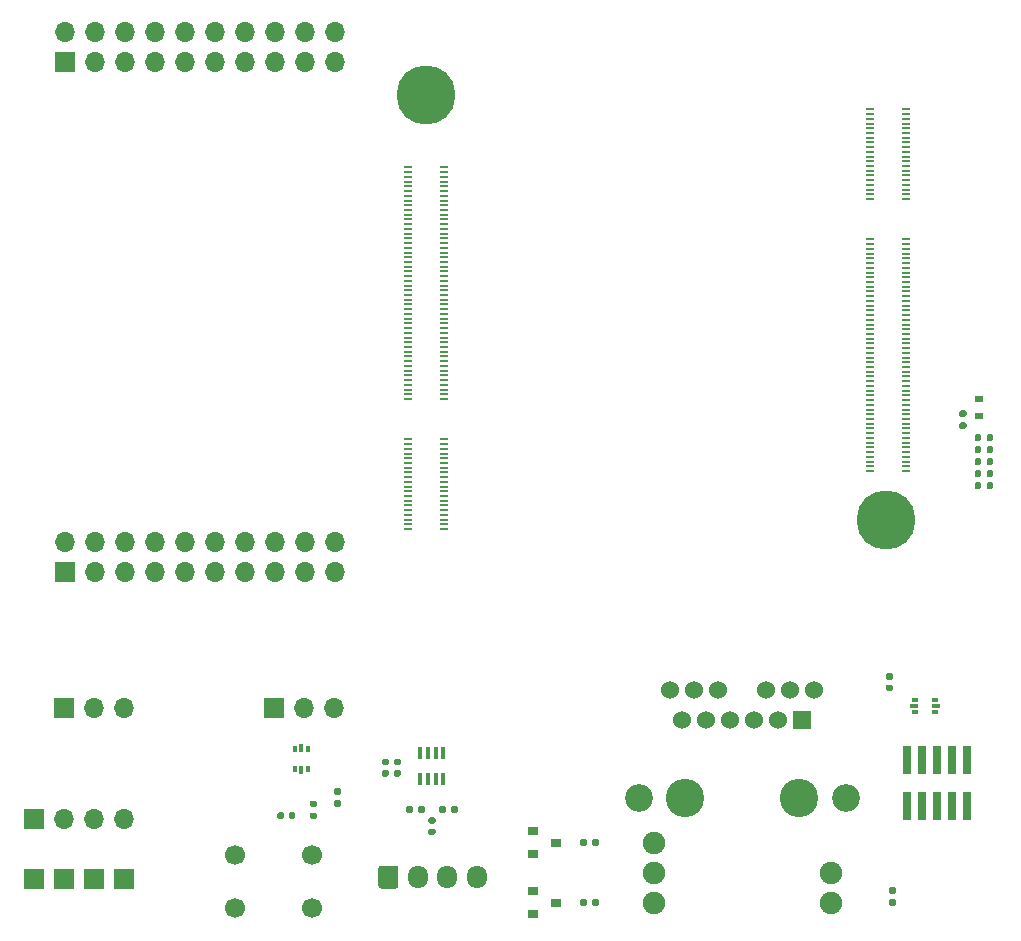
<source format=gbr>
G04 #@! TF.GenerationSoftware,KiCad,Pcbnew,(5.1.9)-1*
G04 #@! TF.CreationDate,2021-04-08T22:59:59+09:00*
G04 #@! TF.ProjectId,EA1176_TiGANBoard,45413131-3736-45f5-9469-47414e426f61,rev?*
G04 #@! TF.SameCoordinates,Original*
G04 #@! TF.FileFunction,Soldermask,Top*
G04 #@! TF.FilePolarity,Negative*
%FSLAX46Y46*%
G04 Gerber Fmt 4.6, Leading zero omitted, Abs format (unit mm)*
G04 Created by KiCad (PCBNEW (5.1.9)-1) date 2021-04-08 22:59:59*
%MOMM*%
%LPD*%
G01*
G04 APERTURE LIST*
%ADD10R,0.711200X0.228600*%
%ADD11C,5.000000*%
%ADD12O,1.700000X1.700000*%
%ADD13R,1.700000X1.700000*%
%ADD14R,0.740000X2.400000*%
%ADD15C,1.530000*%
%ADD16R,1.530000X1.530000*%
%ADD17C,1.905000*%
%ADD18C,3.250000*%
%ADD19C,2.355000*%
%ADD20R,0.900000X0.800000*%
%ADD21O,1.700000X1.950000*%
%ADD22R,0.400000X1.060000*%
%ADD23C,1.700000*%
%ADD24R,0.700000X0.600000*%
%ADD25R,0.500000X0.375000*%
%ADD26R,0.650000X0.300000*%
%ADD27R,0.375000X0.500000*%
%ADD28R,0.300000X0.650000*%
G04 APERTURE END LIST*
D10*
X-31365701Y74823198D03*
X-34445699Y67223201D03*
X-34445699Y75623199D03*
X-31365701Y79623199D03*
X-34445699Y76023199D03*
X-34445699Y62423200D03*
X-31365701Y67623200D03*
X-31365701Y61623202D03*
X-34445699Y68823200D03*
X-34445699Y76823199D03*
X-34445699Y78823198D03*
X-34445699Y78423199D03*
X-34445699Y77223199D03*
X-34445699Y76423200D03*
X-31365701Y70023200D03*
X-34445699Y64823201D03*
X-34445699Y75223200D03*
X-34445699Y74823198D03*
X-31365701Y64423201D03*
X-31365701Y66823199D03*
X-31365701Y64023200D03*
X-31365701Y72023199D03*
X-31365701Y74023200D03*
X-34445699Y70423200D03*
X-34445699Y70023200D03*
X-31365701Y63223201D03*
X-34445699Y78023200D03*
X-31365701Y76823199D03*
X-34445699Y63623201D03*
X-31365701Y60423202D03*
X-31365701Y60823201D03*
X-31365701Y79223200D03*
X-31365701Y78423199D03*
X-31365701Y69223199D03*
X-34445699Y77623198D03*
X-31365701Y78023200D03*
X-31365701Y71223201D03*
X-34445699Y69223199D03*
X-34445699Y72423201D03*
X-31365701Y62823200D03*
X-31365701Y73623198D03*
X-34445699Y63223201D03*
X-34445699Y64023200D03*
X-31365701Y64823201D03*
X-34445699Y79223200D03*
X-34445699Y70823199D03*
X-31365701Y78823198D03*
X-31365701Y61223200D03*
X-31365701Y75623199D03*
X-34445699Y60423202D03*
X-34445699Y61223200D03*
X-31365701Y77223199D03*
X-34445699Y79623199D03*
X-31365701Y66023201D03*
X-31365701Y70823199D03*
X-31365701Y70423200D03*
X-31365701Y69623199D03*
X-31365701Y77623198D03*
X-31365701Y63623201D03*
X-31365701Y76423200D03*
X-34445699Y68423201D03*
X-34445699Y62823200D03*
X-31365701Y68423201D03*
X-34445699Y69623199D03*
X-34445699Y64423201D03*
X-34445699Y74423199D03*
X-34445699Y60823201D03*
X-34445699Y71623200D03*
X-34445699Y74023200D03*
X-31365701Y76023199D03*
X-31365701Y75223200D03*
X-31365701Y65223200D03*
X-34445699Y65623202D03*
X-31365701Y73223199D03*
X-31365701Y80023198D03*
X-34445699Y80023198D03*
X-34445699Y72823200D03*
X-34445699Y66823199D03*
X-34445699Y71223201D03*
X-31365701Y67223201D03*
X-34445699Y62023201D03*
X-34445699Y72023199D03*
X-34445699Y73223199D03*
X-31365701Y68823200D03*
X-34445699Y68023199D03*
X-31365701Y65623202D03*
X-31365701Y74423199D03*
X-34445699Y66423200D03*
X-31365701Y62023201D03*
X-31365701Y72423201D03*
X-31365701Y68023199D03*
X-34445699Y66023201D03*
X-34445699Y67623200D03*
X-34445699Y73623198D03*
X-31365701Y62423200D03*
X-31365701Y66423200D03*
X-34445699Y65223200D03*
X-34445699Y61623202D03*
X-31365701Y71623200D03*
X-31365701Y72823200D03*
X-34445699Y53005200D03*
X-31365701Y56205199D03*
X-31365701Y49405200D03*
X-34445699Y53405200D03*
X-31365701Y55405201D03*
X-31365701Y52205199D03*
X-31365701Y53405200D03*
X-31365701Y53805199D03*
X-34445699Y49805199D03*
X-34445699Y55005199D03*
X-34445699Y51005199D03*
X-34445699Y54605200D03*
X-34445699Y50205201D03*
X-34445699Y55405201D03*
X-31365701Y57005200D03*
X-34445699Y55805200D03*
X-31365701Y54205201D03*
X-34445699Y57005200D03*
X-31365701Y55005199D03*
X-31365701Y49805199D03*
X-31365701Y53005200D03*
X-34445699Y49405200D03*
X-31365701Y51805200D03*
X-31365701Y54605200D03*
X-34445699Y52605201D03*
X-34445699Y53805199D03*
X-31365701Y50605200D03*
X-34445699Y52205199D03*
X-34445699Y56205199D03*
X-31365701Y56605198D03*
X-31365701Y52605201D03*
X-31365701Y50205201D03*
X-34445699Y51405201D03*
X-34445699Y51805200D03*
X-31365701Y51005199D03*
X-34445699Y50605200D03*
X-31365701Y55805200D03*
X-34445699Y56605198D03*
X-31365701Y51405201D03*
X-34445699Y54205201D03*
X4670301Y69927199D03*
X4670301Y55127200D03*
X7750299Y61527200D03*
X7750299Y55527202D03*
X4670301Y64727199D03*
X4670301Y69127200D03*
X7750299Y73527199D03*
X4670301Y63927200D03*
X4670301Y61127201D03*
X7750299Y68727198D03*
X7750299Y67127199D03*
X7750299Y69527199D03*
X4670301Y73127200D03*
X7750299Y73127200D03*
X4670301Y54327202D03*
X4670301Y72327199D03*
X4670301Y69527199D03*
X7750299Y73927198D03*
X4670301Y72727198D03*
X4670301Y64327200D03*
X4670301Y71527198D03*
X7750299Y57527201D03*
X4670301Y71127199D03*
X4670301Y56327200D03*
X4670301Y58727201D03*
X4670301Y62727200D03*
X4670301Y70327200D03*
X4670301Y70727199D03*
X7750299Y70727199D03*
X4670301Y54727201D03*
X7750299Y72327199D03*
X4670301Y58327201D03*
X7750299Y69127200D03*
X7750299Y64327200D03*
X7750299Y56327200D03*
X4670301Y56727200D03*
X4670301Y66327201D03*
X7750299Y63527199D03*
X4670301Y65527200D03*
X7750299Y59127200D03*
X4670301Y63527199D03*
X4670301Y66727200D03*
X4670301Y65127201D03*
X7750299Y59527202D03*
X7750299Y62327201D03*
X4670301Y60727199D03*
X4670301Y55927201D03*
X4670301Y61527200D03*
X7750299Y71527198D03*
X7750299Y70327200D03*
X4670301Y60327200D03*
X7750299Y69927199D03*
X7750299Y54727201D03*
X4670301Y67527198D03*
X7750299Y61927199D03*
X7750299Y67927200D03*
X7750299Y54327202D03*
X7750299Y71927200D03*
X7750299Y65927199D03*
X7750299Y65527200D03*
X4670301Y62327201D03*
X7750299Y68327199D03*
X7750299Y66327201D03*
X7750299Y55927201D03*
X4670301Y73527199D03*
X7750299Y58327201D03*
X4670301Y73927198D03*
X4670301Y63127199D03*
X7750299Y63927200D03*
X7750299Y72727198D03*
X4670301Y57927200D03*
X7750299Y56727200D03*
X4670301Y59127200D03*
X7750299Y64727199D03*
X7750299Y59927201D03*
X4670301Y68727198D03*
X7750299Y58727201D03*
X7750299Y57927200D03*
X7750299Y60727199D03*
X7750299Y57127201D03*
X4670301Y55527202D03*
X4670301Y59527202D03*
X7750299Y67527198D03*
X4670301Y67927200D03*
X7750299Y63127199D03*
X4670301Y57127201D03*
X7750299Y61127201D03*
X4670301Y65927199D03*
X7750299Y60327200D03*
X7750299Y65127201D03*
X4670301Y61927199D03*
X4670301Y71927200D03*
X4670301Y57527201D03*
X7750299Y71127199D03*
X4670301Y68327199D03*
X7750299Y55127200D03*
X4670301Y67127199D03*
X4670301Y59927201D03*
X7750299Y66727200D03*
X7750299Y62727200D03*
X4670301Y80945200D03*
X7750299Y84145199D03*
X7750299Y77345200D03*
X4670301Y81345200D03*
X7750299Y83345201D03*
X7750299Y80145199D03*
X7750299Y81345200D03*
X7750299Y81745199D03*
X4670301Y77745199D03*
X4670301Y82945199D03*
X4670301Y78945199D03*
X4670301Y82545200D03*
X4670301Y78145201D03*
X4670301Y83345201D03*
X7750299Y84945200D03*
X4670301Y83745200D03*
X7750299Y82145201D03*
X4670301Y84945200D03*
X7750299Y82945199D03*
X7750299Y77745199D03*
X7750299Y80945200D03*
X4670301Y77345200D03*
X7750299Y79745200D03*
X7750299Y82545200D03*
X4670301Y80545201D03*
X4670301Y81745199D03*
X7750299Y78545200D03*
X4670301Y80145199D03*
X4670301Y84145199D03*
X7750299Y84545198D03*
X7750299Y80545201D03*
X7750299Y78145201D03*
X4670301Y79345201D03*
X4670301Y79745200D03*
X7750299Y78945199D03*
X4670301Y78545200D03*
X7750299Y83745200D03*
X4670301Y84545198D03*
X7750299Y79345201D03*
X4670301Y82145201D03*
D11*
X-32905700Y86148200D03*
X6094300Y50148200D03*
D12*
X-43165000Y91470000D03*
X-40625000Y91470000D03*
X-43165000Y88930000D03*
X-40625000Y88930000D03*
X-58405000Y88930000D03*
X-45705000Y91470000D03*
X-45705000Y88930000D03*
X-48245000Y91470000D03*
X-48245000Y88930000D03*
X-50785000Y91470000D03*
X-63485000Y91470000D03*
X-50785000Y88930000D03*
X-53325000Y91470000D03*
X-60945000Y91470000D03*
X-53325000Y88930000D03*
X-55865000Y91470000D03*
X-55865000Y88930000D03*
X-58405000Y91470000D03*
X-60945000Y88930000D03*
D13*
X-63485000Y88930000D03*
D12*
X-58405000Y45790000D03*
X-45705000Y45790000D03*
X-50785000Y48330000D03*
X-43165000Y48330000D03*
X-48245000Y45790000D03*
X-40625000Y45790000D03*
X-55865000Y45790000D03*
D13*
X-63485000Y45790000D03*
D12*
X-45705000Y48330000D03*
X-60945000Y45790000D03*
X-48245000Y48330000D03*
X-43165000Y45790000D03*
X-58405000Y48330000D03*
X-55865000Y48330000D03*
X-50785000Y45790000D03*
X-40625000Y48330000D03*
X-53325000Y45790000D03*
X-60945000Y48330000D03*
X-53325000Y48330000D03*
X-63485000Y48330000D03*
D14*
X7874000Y25990000D03*
X7874000Y29890000D03*
X9144000Y25990000D03*
X9144000Y29890000D03*
X10414000Y25990000D03*
X10414000Y29890000D03*
X11684000Y25990000D03*
X11684000Y29890000D03*
X12954000Y25990000D03*
X12954000Y29890000D03*
G36*
G01*
X6520000Y36649000D02*
X6180000Y36649000D01*
G75*
G02*
X6040000Y36789000I0J140000D01*
G01*
X6040000Y37069000D01*
G75*
G02*
X6180000Y37209000I140000J0D01*
G01*
X6520000Y37209000D01*
G75*
G02*
X6660000Y37069000I0J-140000D01*
G01*
X6660000Y36789000D01*
G75*
G02*
X6520000Y36649000I-140000J0D01*
G01*
G37*
G36*
G01*
X6520000Y35689000D02*
X6180000Y35689000D01*
G75*
G02*
X6040000Y35829000I0J140000D01*
G01*
X6040000Y36109000D01*
G75*
G02*
X6180000Y36249000I140000J0D01*
G01*
X6520000Y36249000D01*
G75*
G02*
X6660000Y36109000I0J-140000D01*
G01*
X6660000Y35829000D01*
G75*
G02*
X6520000Y35689000I-140000J0D01*
G01*
G37*
D15*
X-12192000Y35814000D03*
X0Y35814000D03*
X-11176000Y33274000D03*
D16*
X-1016000Y33274000D03*
D17*
X-13614400Y17780000D03*
D15*
X-4064000Y35814000D03*
X-2032000Y35814000D03*
X-5080000Y33274000D03*
X-3048000Y33274000D03*
D18*
X-10922000Y26670000D03*
X-1270000Y26670000D03*
D17*
X-13614400Y20320000D03*
X-13614400Y22860000D03*
X1422400Y17780000D03*
X1422400Y20320000D03*
D15*
X-7112000Y33274000D03*
X-8128000Y35814000D03*
X-9144000Y33274000D03*
X-10160000Y35814000D03*
D19*
X-14884400Y26670000D03*
X2692400Y26670000D03*
D20*
X-21860000Y17780000D03*
X-23860000Y16830000D03*
X-23860000Y18730000D03*
X-23860000Y23810000D03*
X-23860000Y21910000D03*
X-21860000Y22860000D03*
G36*
G01*
X-18270000Y17965000D02*
X-18270000Y17595000D01*
G75*
G02*
X-18405000Y17460000I-135000J0D01*
G01*
X-18675000Y17460000D01*
G75*
G02*
X-18810000Y17595000I0J135000D01*
G01*
X-18810000Y17965000D01*
G75*
G02*
X-18675000Y18100000I135000J0D01*
G01*
X-18405000Y18100000D01*
G75*
G02*
X-18270000Y17965000I0J-135000D01*
G01*
G37*
G36*
G01*
X-19290000Y17965000D02*
X-19290000Y17595000D01*
G75*
G02*
X-19425000Y17460000I-135000J0D01*
G01*
X-19695000Y17460000D01*
G75*
G02*
X-19830000Y17595000I0J135000D01*
G01*
X-19830000Y17965000D01*
G75*
G02*
X-19695000Y18100000I135000J0D01*
G01*
X-19425000Y18100000D01*
G75*
G02*
X-19290000Y17965000I0J-135000D01*
G01*
G37*
G36*
G01*
X-19290000Y23045000D02*
X-19290000Y22675000D01*
G75*
G02*
X-19425000Y22540000I-135000J0D01*
G01*
X-19695000Y22540000D01*
G75*
G02*
X-19830000Y22675000I0J135000D01*
G01*
X-19830000Y23045000D01*
G75*
G02*
X-19695000Y23180000I135000J0D01*
G01*
X-19425000Y23180000D01*
G75*
G02*
X-19290000Y23045000I0J-135000D01*
G01*
G37*
G36*
G01*
X-18270000Y23045000D02*
X-18270000Y22675000D01*
G75*
G02*
X-18405000Y22540000I-135000J0D01*
G01*
X-18675000Y22540000D01*
G75*
G02*
X-18810000Y22675000I0J135000D01*
G01*
X-18810000Y23045000D01*
G75*
G02*
X-18675000Y23180000I135000J0D01*
G01*
X-18405000Y23180000D01*
G75*
G02*
X-18270000Y23045000I0J-135000D01*
G01*
G37*
G36*
G01*
X6789000Y18528000D02*
X6419000Y18528000D01*
G75*
G02*
X6284000Y18663000I0J135000D01*
G01*
X6284000Y18933000D01*
G75*
G02*
X6419000Y19068000I135000J0D01*
G01*
X6789000Y19068000D01*
G75*
G02*
X6924000Y18933000I0J-135000D01*
G01*
X6924000Y18663000D01*
G75*
G02*
X6789000Y18528000I-135000J0D01*
G01*
G37*
G36*
G01*
X6789000Y17508000D02*
X6419000Y17508000D01*
G75*
G02*
X6284000Y17643000I0J135000D01*
G01*
X6284000Y17913000D01*
G75*
G02*
X6419000Y18048000I135000J0D01*
G01*
X6789000Y18048000D01*
G75*
G02*
X6924000Y17913000I0J-135000D01*
G01*
X6924000Y17643000D01*
G75*
G02*
X6789000Y17508000I-135000J0D01*
G01*
G37*
G36*
G01*
X-36152000Y29410000D02*
X-36492000Y29410000D01*
G75*
G02*
X-36632000Y29550000I0J140000D01*
G01*
X-36632000Y29830000D01*
G75*
G02*
X-36492000Y29970000I140000J0D01*
G01*
X-36152000Y29970000D01*
G75*
G02*
X-36012000Y29830000I0J-140000D01*
G01*
X-36012000Y29550000D01*
G75*
G02*
X-36152000Y29410000I-140000J0D01*
G01*
G37*
G36*
G01*
X-36152000Y28450000D02*
X-36492000Y28450000D01*
G75*
G02*
X-36632000Y28590000I0J140000D01*
G01*
X-36632000Y28870000D01*
G75*
G02*
X-36492000Y29010000I140000J0D01*
G01*
X-36152000Y29010000D01*
G75*
G02*
X-36012000Y28870000I0J-140000D01*
G01*
X-36012000Y28590000D01*
G75*
G02*
X-36152000Y28450000I-140000J0D01*
G01*
G37*
G36*
G01*
X-35136000Y29410000D02*
X-35476000Y29410000D01*
G75*
G02*
X-35616000Y29550000I0J140000D01*
G01*
X-35616000Y29830000D01*
G75*
G02*
X-35476000Y29970000I140000J0D01*
G01*
X-35136000Y29970000D01*
G75*
G02*
X-34996000Y29830000I0J-140000D01*
G01*
X-34996000Y29550000D01*
G75*
G02*
X-35136000Y29410000I-140000J0D01*
G01*
G37*
G36*
G01*
X-35136000Y28450000D02*
X-35476000Y28450000D01*
G75*
G02*
X-35616000Y28590000I0J140000D01*
G01*
X-35616000Y28870000D01*
G75*
G02*
X-35476000Y29010000I140000J0D01*
G01*
X-35136000Y29010000D01*
G75*
G02*
X-34996000Y28870000I0J-140000D01*
G01*
X-34996000Y28590000D01*
G75*
G02*
X-35136000Y28450000I-140000J0D01*
G01*
G37*
G36*
G01*
X-32215000Y23497000D02*
X-32555000Y23497000D01*
G75*
G02*
X-32695000Y23637000I0J140000D01*
G01*
X-32695000Y23917000D01*
G75*
G02*
X-32555000Y24057000I140000J0D01*
G01*
X-32215000Y24057000D01*
G75*
G02*
X-32075000Y23917000I0J-140000D01*
G01*
X-32075000Y23637000D01*
G75*
G02*
X-32215000Y23497000I-140000J0D01*
G01*
G37*
G36*
G01*
X-32215000Y24457000D02*
X-32555000Y24457000D01*
G75*
G02*
X-32695000Y24597000I0J140000D01*
G01*
X-32695000Y24877000D01*
G75*
G02*
X-32555000Y25017000I140000J0D01*
G01*
X-32215000Y25017000D01*
G75*
G02*
X-32075000Y24877000I0J-140000D01*
G01*
X-32075000Y24597000D01*
G75*
G02*
X-32215000Y24457000I-140000J0D01*
G01*
G37*
D12*
X-40640000Y34290000D03*
X-43180000Y34290000D03*
D13*
X-45720000Y34290000D03*
D21*
X-28568000Y19939000D03*
X-31068000Y19939000D03*
X-33568000Y19939000D03*
G36*
G01*
X-36918000Y19214000D02*
X-36918000Y20664000D01*
G75*
G02*
X-36668000Y20914000I250000J0D01*
G01*
X-35468000Y20914000D01*
G75*
G02*
X-35218000Y20664000I0J-250000D01*
G01*
X-35218000Y19214000D01*
G75*
G02*
X-35468000Y18964000I-250000J0D01*
G01*
X-36668000Y18964000D01*
G75*
G02*
X-36918000Y19214000I0J250000D01*
G01*
G37*
G36*
G01*
X-31228000Y25839000D02*
X-31228000Y25469000D01*
G75*
G02*
X-31363000Y25334000I-135000J0D01*
G01*
X-31633000Y25334000D01*
G75*
G02*
X-31768000Y25469000I0J135000D01*
G01*
X-31768000Y25839000D01*
G75*
G02*
X-31633000Y25974000I135000J0D01*
G01*
X-31363000Y25974000D01*
G75*
G02*
X-31228000Y25839000I0J-135000D01*
G01*
G37*
G36*
G01*
X-30208000Y25839000D02*
X-30208000Y25469000D01*
G75*
G02*
X-30343000Y25334000I-135000J0D01*
G01*
X-30613000Y25334000D01*
G75*
G02*
X-30748000Y25469000I0J135000D01*
G01*
X-30748000Y25839000D01*
G75*
G02*
X-30613000Y25974000I135000J0D01*
G01*
X-30343000Y25974000D01*
G75*
G02*
X-30208000Y25839000I0J-135000D01*
G01*
G37*
G36*
G01*
X-33002000Y25839000D02*
X-33002000Y25469000D01*
G75*
G02*
X-33137000Y25334000I-135000J0D01*
G01*
X-33407000Y25334000D01*
G75*
G02*
X-33542000Y25469000I0J135000D01*
G01*
X-33542000Y25839000D01*
G75*
G02*
X-33407000Y25974000I135000J0D01*
G01*
X-33137000Y25974000D01*
G75*
G02*
X-33002000Y25839000I0J-135000D01*
G01*
G37*
G36*
G01*
X-34022000Y25839000D02*
X-34022000Y25469000D01*
G75*
G02*
X-34157000Y25334000I-135000J0D01*
G01*
X-34427000Y25334000D01*
G75*
G02*
X-34562000Y25469000I0J135000D01*
G01*
X-34562000Y25839000D01*
G75*
G02*
X-34427000Y25974000I135000J0D01*
G01*
X-34157000Y25974000D01*
G75*
G02*
X-34022000Y25839000I0J-135000D01*
G01*
G37*
D22*
X-31405000Y28237000D03*
X-32055000Y28237000D03*
X-32715000Y28237000D03*
X-33365000Y28237000D03*
X-33365000Y30437000D03*
X-32715000Y30437000D03*
X-32055000Y30437000D03*
X-31405000Y30437000D03*
D12*
X-58420000Y34290000D03*
X-60960000Y34290000D03*
D13*
X-63500000Y34290000D03*
X-66040000Y19812000D03*
X-60960000Y19812000D03*
X-63500000Y19812000D03*
X-58420000Y19812000D03*
G36*
G01*
X-44904000Y25316000D02*
X-44904000Y24976000D01*
G75*
G02*
X-45044000Y24836000I-140000J0D01*
G01*
X-45324000Y24836000D01*
G75*
G02*
X-45464000Y24976000I0J140000D01*
G01*
X-45464000Y25316000D01*
G75*
G02*
X-45324000Y25456000I140000J0D01*
G01*
X-45044000Y25456000D01*
G75*
G02*
X-44904000Y25316000I0J-140000D01*
G01*
G37*
G36*
G01*
X-43944000Y25316000D02*
X-43944000Y24976000D01*
G75*
G02*
X-44084000Y24836000I-140000J0D01*
G01*
X-44364000Y24836000D01*
G75*
G02*
X-44504000Y24976000I0J140000D01*
G01*
X-44504000Y25316000D01*
G75*
G02*
X-44364000Y25456000I140000J0D01*
G01*
X-44084000Y25456000D01*
G75*
G02*
X-43944000Y25316000I0J-140000D01*
G01*
G37*
G36*
G01*
X-40201000Y26910000D02*
X-40571000Y26910000D01*
G75*
G02*
X-40706000Y27045000I0J135000D01*
G01*
X-40706000Y27315000D01*
G75*
G02*
X-40571000Y27450000I135000J0D01*
G01*
X-40201000Y27450000D01*
G75*
G02*
X-40066000Y27315000I0J-135000D01*
G01*
X-40066000Y27045000D01*
G75*
G02*
X-40201000Y26910000I-135000J0D01*
G01*
G37*
G36*
G01*
X-40201000Y25890000D02*
X-40571000Y25890000D01*
G75*
G02*
X-40706000Y26025000I0J135000D01*
G01*
X-40706000Y26295000D01*
G75*
G02*
X-40571000Y26430000I135000J0D01*
G01*
X-40201000Y26430000D01*
G75*
G02*
X-40066000Y26295000I0J-135000D01*
G01*
X-40066000Y26025000D01*
G75*
G02*
X-40201000Y25890000I-135000J0D01*
G01*
G37*
G36*
G01*
X-42233000Y24859001D02*
X-42603000Y24859001D01*
G75*
G02*
X-42738000Y24994001I0J135000D01*
G01*
X-42738000Y25264001D01*
G75*
G02*
X-42603000Y25399001I135000J0D01*
G01*
X-42233000Y25399001D01*
G75*
G02*
X-42098000Y25264001I0J-135000D01*
G01*
X-42098000Y24994001D01*
G75*
G02*
X-42233000Y24859001I-135000J0D01*
G01*
G37*
G36*
G01*
X-42233000Y25879001D02*
X-42603000Y25879001D01*
G75*
G02*
X-42738000Y26014001I0J135000D01*
G01*
X-42738000Y26284001D01*
G75*
G02*
X-42603000Y26419001I135000J0D01*
G01*
X-42233000Y26419001D01*
G75*
G02*
X-42098000Y26284001I0J-135000D01*
G01*
X-42098000Y26014001D01*
G75*
G02*
X-42233000Y25879001I-135000J0D01*
G01*
G37*
D23*
X-49022000Y21844000D03*
X-42522000Y21844000D03*
X-49022000Y17344000D03*
X-42522000Y17344000D03*
D24*
X13970000Y58990000D03*
X13970000Y60390000D03*
G36*
G01*
X12388000Y58434000D02*
X12758000Y58434000D01*
G75*
G02*
X12893000Y58299000I0J-135000D01*
G01*
X12893000Y58029000D01*
G75*
G02*
X12758000Y57894000I-135000J0D01*
G01*
X12388000Y57894000D01*
G75*
G02*
X12253000Y58029000I0J135000D01*
G01*
X12253000Y58299000D01*
G75*
G02*
X12388000Y58434000I135000J0D01*
G01*
G37*
G36*
G01*
X12388000Y59454000D02*
X12758000Y59454000D01*
G75*
G02*
X12893000Y59319000I0J-135000D01*
G01*
X12893000Y59049000D01*
G75*
G02*
X12758000Y58914000I-135000J0D01*
G01*
X12388000Y58914000D01*
G75*
G02*
X12253000Y59049000I0J135000D01*
G01*
X12253000Y59319000D01*
G75*
G02*
X12388000Y59454000I135000J0D01*
G01*
G37*
G36*
G01*
X14591000Y56965000D02*
X14591000Y57335000D01*
G75*
G02*
X14726000Y57470000I135000J0D01*
G01*
X14996000Y57470000D01*
G75*
G02*
X15131000Y57335000I0J-135000D01*
G01*
X15131000Y56965000D01*
G75*
G02*
X14996000Y56830000I-135000J0D01*
G01*
X14726000Y56830000D01*
G75*
G02*
X14591000Y56965000I0J135000D01*
G01*
G37*
G36*
G01*
X13571000Y56965000D02*
X13571000Y57335000D01*
G75*
G02*
X13706000Y57470000I135000J0D01*
G01*
X13976000Y57470000D01*
G75*
G02*
X14111000Y57335000I0J-135000D01*
G01*
X14111000Y56965000D01*
G75*
G02*
X13976000Y56830000I-135000J0D01*
G01*
X13706000Y56830000D01*
G75*
G02*
X13571000Y56965000I0J135000D01*
G01*
G37*
G36*
G01*
X13571000Y55949000D02*
X13571000Y56319000D01*
G75*
G02*
X13706000Y56454000I135000J0D01*
G01*
X13976000Y56454000D01*
G75*
G02*
X14111000Y56319000I0J-135000D01*
G01*
X14111000Y55949000D01*
G75*
G02*
X13976000Y55814000I-135000J0D01*
G01*
X13706000Y55814000D01*
G75*
G02*
X13571000Y55949000I0J135000D01*
G01*
G37*
G36*
G01*
X14591000Y55949000D02*
X14591000Y56319000D01*
G75*
G02*
X14726000Y56454000I135000J0D01*
G01*
X14996000Y56454000D01*
G75*
G02*
X15131000Y56319000I0J-135000D01*
G01*
X15131000Y55949000D01*
G75*
G02*
X14996000Y55814000I-135000J0D01*
G01*
X14726000Y55814000D01*
G75*
G02*
X14591000Y55949000I0J135000D01*
G01*
G37*
G36*
G01*
X14591000Y53917000D02*
X14591000Y54287000D01*
G75*
G02*
X14726000Y54422000I135000J0D01*
G01*
X14996000Y54422000D01*
G75*
G02*
X15131000Y54287000I0J-135000D01*
G01*
X15131000Y53917000D01*
G75*
G02*
X14996000Y53782000I-135000J0D01*
G01*
X14726000Y53782000D01*
G75*
G02*
X14591000Y53917000I0J135000D01*
G01*
G37*
G36*
G01*
X13571000Y53917000D02*
X13571000Y54287000D01*
G75*
G02*
X13706000Y54422000I135000J0D01*
G01*
X13976000Y54422000D01*
G75*
G02*
X14111000Y54287000I0J-135000D01*
G01*
X14111000Y53917000D01*
G75*
G02*
X13976000Y53782000I-135000J0D01*
G01*
X13706000Y53782000D01*
G75*
G02*
X13571000Y53917000I0J135000D01*
G01*
G37*
G36*
G01*
X13571000Y54933000D02*
X13571000Y55303000D01*
G75*
G02*
X13706000Y55438000I135000J0D01*
G01*
X13976000Y55438000D01*
G75*
G02*
X14111000Y55303000I0J-135000D01*
G01*
X14111000Y54933000D01*
G75*
G02*
X13976000Y54798000I-135000J0D01*
G01*
X13706000Y54798000D01*
G75*
G02*
X13571000Y54933000I0J135000D01*
G01*
G37*
G36*
G01*
X14591000Y54933000D02*
X14591000Y55303000D01*
G75*
G02*
X14726000Y55438000I135000J0D01*
G01*
X14996000Y55438000D01*
G75*
G02*
X15131000Y55303000I0J-135000D01*
G01*
X15131000Y54933000D01*
G75*
G02*
X14996000Y54798000I-135000J0D01*
G01*
X14726000Y54798000D01*
G75*
G02*
X14591000Y54933000I0J135000D01*
G01*
G37*
G36*
G01*
X14591000Y52901000D02*
X14591000Y53271000D01*
G75*
G02*
X14726000Y53406000I135000J0D01*
G01*
X14996000Y53406000D01*
G75*
G02*
X15131000Y53271000I0J-135000D01*
G01*
X15131000Y52901000D01*
G75*
G02*
X14996000Y52766000I-135000J0D01*
G01*
X14726000Y52766000D01*
G75*
G02*
X14591000Y52901000I0J135000D01*
G01*
G37*
G36*
G01*
X13571000Y52901000D02*
X13571000Y53271000D01*
G75*
G02*
X13706000Y53406000I135000J0D01*
G01*
X13976000Y53406000D01*
G75*
G02*
X14111000Y53271000I0J-135000D01*
G01*
X14111000Y52901000D01*
G75*
G02*
X13976000Y52766000I-135000J0D01*
G01*
X13706000Y52766000D01*
G75*
G02*
X13571000Y52901000I0J135000D01*
G01*
G37*
D25*
X10248000Y34954500D03*
X10248000Y33879500D03*
D26*
X8473000Y34417000D03*
X10323000Y34417000D03*
D25*
X8548000Y33879500D03*
X8548000Y34954500D03*
D27*
X-42896500Y29122000D03*
X-43971500Y29122000D03*
D28*
X-43434000Y30897000D03*
X-43434000Y29047000D03*
D27*
X-43971500Y30822000D03*
X-42896500Y30822000D03*
D12*
X-58420000Y24892000D03*
X-60960000Y24892000D03*
X-63500000Y24892000D03*
D13*
X-66040000Y24892000D03*
M02*

</source>
